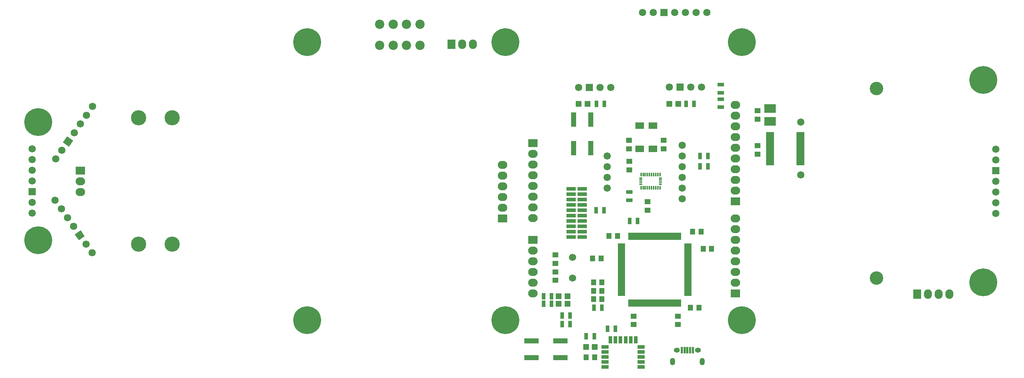
<source format=gts>
G04 #@! TF.FileFunction,Soldermask,Top*
%FSLAX46Y46*%
G04 Gerber Fmt 4.6, Leading zero omitted, Abs format (unit mm)*
G04 Created by KiCad (PCBNEW 4.0.4+dfsg1-stable) date Thu Jun  8 13:27:36 2017*
%MOMM*%
%LPD*%
G01*
G04 APERTURE LIST*
%ADD10C,0.100000*%
%ADD11R,2.232000X1.927200*%
%ADD12O,2.232000X1.927200*%
%ADD13R,1.700000X0.480000*%
%ADD14R,0.480000X1.700000*%
%ADD15R,1.450000X1.200000*%
%ADD16R,1.200000X1.450000*%
%ADD17R,0.900000X1.500000*%
%ADD18R,1.500000X0.900000*%
%ADD19R,0.450000X0.875000*%
%ADD20R,0.775000X0.450000*%
%ADD21C,1.724000*%
%ADD22R,1.724000X1.724000*%
%ADD23R,1.950000X0.650000*%
%ADD24R,2.699360X2.150720*%
%ADD25C,3.200000*%
%ADD26R,1.927200X2.232000*%
%ADD27O,1.927200X2.232000*%
%ADD28R,0.600000X1.550000*%
%ADD29O,1.450000X1.150000*%
%ADD30O,1.200000X1.750000*%
%ADD31R,2.232000X0.835000*%
%ADD32C,3.600000*%
%ADD33R,1.398880X1.398880*%
%ADD34R,1.700000X0.900000*%
%ADD35R,0.900000X1.700000*%
%ADD36R,1.200000X3.400000*%
%ADD37R,3.400000X1.200000*%
%ADD38C,6.600000*%
%ADD39C,1.701140*%
%ADD40R,2.100000X1.500000*%
%ADD41C,2.200000*%
G04 APERTURE END LIST*
D10*
D11*
X160758000Y-87510000D03*
D12*
X160758000Y-90050000D03*
X160758000Y-92590000D03*
X160758000Y-95130000D03*
X160758000Y-97670000D03*
X160758000Y-100210000D03*
X160758000Y-102750000D03*
X160758000Y-105290000D03*
D11*
X160758000Y-110390000D03*
D12*
X160758000Y-112930000D03*
X160758000Y-115470000D03*
X160758000Y-118010000D03*
X160758000Y-120550000D03*
X160758000Y-123090000D03*
D11*
X208758000Y-101270000D03*
D12*
X208758000Y-98730000D03*
X208758000Y-96190000D03*
X208758000Y-93650000D03*
X208758000Y-91110000D03*
X208758000Y-88570000D03*
X208758000Y-86030000D03*
X208758000Y-83490000D03*
X208758000Y-80950000D03*
X208758000Y-78410000D03*
D11*
X208758000Y-123110000D03*
D12*
X208758000Y-120570000D03*
X208758000Y-118030000D03*
X208758000Y-115490000D03*
X208758000Y-112950000D03*
X208758000Y-110410000D03*
X208758000Y-107870000D03*
X208758000Y-105330000D03*
D13*
X181718000Y-111500000D03*
X181718000Y-112000000D03*
X181718000Y-112500000D03*
X181718000Y-113000000D03*
X181718000Y-113500000D03*
X181718000Y-114000000D03*
X181718000Y-114500000D03*
X181718000Y-115000000D03*
X181718000Y-115500000D03*
X181718000Y-116000000D03*
X181718000Y-116500000D03*
X181718000Y-117000000D03*
X181718000Y-117500000D03*
X181718000Y-118000000D03*
X181718000Y-118500000D03*
X181718000Y-119000000D03*
X181718000Y-119500000D03*
X181718000Y-120000000D03*
X181718000Y-120500000D03*
X181718000Y-121000000D03*
X181718000Y-121500000D03*
X181718000Y-122000000D03*
X181718000Y-122500000D03*
X181718000Y-123000000D03*
X181718000Y-123500000D03*
D14*
X183618000Y-125400000D03*
X184118000Y-125400000D03*
X184618000Y-125400000D03*
X185118000Y-125400000D03*
X185618000Y-125400000D03*
X186118000Y-125400000D03*
X186618000Y-125400000D03*
X187118000Y-125400000D03*
X187618000Y-125400000D03*
X188118000Y-125400000D03*
X188618000Y-125400000D03*
X189118000Y-125400000D03*
X189618000Y-125400000D03*
X190118000Y-125400000D03*
X190618000Y-125400000D03*
X191118000Y-125400000D03*
X191618000Y-125400000D03*
X192118000Y-125400000D03*
X192618000Y-125400000D03*
X193118000Y-125400000D03*
X193618000Y-125400000D03*
X194118000Y-125400000D03*
X194618000Y-125400000D03*
X195118000Y-125400000D03*
X195618000Y-125400000D03*
D13*
X197518000Y-123500000D03*
X197518000Y-123000000D03*
X197518000Y-122500000D03*
X197518000Y-122000000D03*
X197518000Y-121500000D03*
X197518000Y-121000000D03*
X197518000Y-120500000D03*
X197518000Y-120000000D03*
X197518000Y-119500000D03*
X197518000Y-119000000D03*
X197518000Y-118500000D03*
X197518000Y-118000000D03*
X197518000Y-117500000D03*
X197518000Y-117000000D03*
X197518000Y-116500000D03*
X197518000Y-116000000D03*
X197518000Y-115500000D03*
X197518000Y-115000000D03*
X197518000Y-114500000D03*
X197518000Y-114000000D03*
X197518000Y-113500000D03*
X197518000Y-113000000D03*
X197518000Y-112500000D03*
X197518000Y-112000000D03*
X197518000Y-111500000D03*
D14*
X195618000Y-109600000D03*
X195118000Y-109600000D03*
X194618000Y-109600000D03*
X194118000Y-109600000D03*
X193618000Y-109600000D03*
X193118000Y-109600000D03*
X192618000Y-109600000D03*
X192118000Y-109600000D03*
X191618000Y-109600000D03*
X191118000Y-109600000D03*
X190618000Y-109600000D03*
X190118000Y-109600000D03*
X189618000Y-109600000D03*
X189118000Y-109600000D03*
X188618000Y-109600000D03*
X188118000Y-109600000D03*
X187618000Y-109600000D03*
X187118000Y-109600000D03*
X186618000Y-109600000D03*
X186118000Y-109600000D03*
X185618000Y-109600000D03*
X185118000Y-109600000D03*
X184618000Y-109600000D03*
X184118000Y-109600000D03*
X183618000Y-109600000D03*
D15*
X166118000Y-116000000D03*
X166118000Y-114000000D03*
X166118000Y-118000000D03*
X166118000Y-120000000D03*
X195118000Y-128500000D03*
X195118000Y-130500000D03*
D16*
X201118000Y-112500000D03*
X203118000Y-112500000D03*
D15*
X184618000Y-128500000D03*
X184618000Y-130500000D03*
D16*
X198118000Y-126500000D03*
X200118000Y-126500000D03*
X180818000Y-109450000D03*
X178818000Y-109450000D03*
X176918000Y-114800000D03*
X174918000Y-114800000D03*
X177118000Y-120500000D03*
X175118000Y-120500000D03*
X198618000Y-108500000D03*
X200618000Y-108500000D03*
X177118000Y-122500000D03*
X175118000Y-122500000D03*
X177118000Y-124500000D03*
X175118000Y-124500000D03*
D17*
X177618000Y-103400000D03*
X175718000Y-103400000D03*
X185568000Y-105900000D03*
X183668000Y-105900000D03*
D18*
X205268000Y-73600000D03*
X205268000Y-75500000D03*
X205268000Y-77050000D03*
X205268000Y-78950000D03*
D15*
X191718000Y-88800000D03*
X191718000Y-86800000D03*
X183518000Y-88800000D03*
X183518000Y-86800000D03*
X187918000Y-101400000D03*
X187918000Y-103400000D03*
X183618000Y-93800000D03*
X183618000Y-91800000D03*
D18*
X183618000Y-101000000D03*
X183618000Y-99100000D03*
D19*
X186368000Y-94925000D03*
X186868000Y-94925000D03*
X187368000Y-94925000D03*
X187868000Y-94925000D03*
X188368000Y-94925000D03*
X188868000Y-94925000D03*
X189368000Y-94925000D03*
X189868000Y-94925000D03*
X190368000Y-94925000D03*
X190868000Y-94925000D03*
X186368000Y-98050000D03*
X186868000Y-98050000D03*
X187368000Y-98050000D03*
X187868000Y-98050000D03*
X188368000Y-98050000D03*
X188868000Y-98050000D03*
X189368000Y-98050000D03*
X189868000Y-98050000D03*
X190368000Y-98050000D03*
X190868000Y-98050000D03*
D20*
X186305500Y-95737500D03*
X186305500Y-96237500D03*
X186305500Y-96737500D03*
X186305500Y-97237500D03*
X190930500Y-95737500D03*
X190930500Y-96237500D03*
X190930500Y-96737500D03*
X190930500Y-97237500D03*
D21*
X193108000Y-74200000D03*
D22*
X195648000Y-74200000D03*
D21*
X198188000Y-74200000D03*
X200728000Y-74200000D03*
X171608000Y-74250000D03*
D22*
X174148000Y-74250000D03*
D21*
X176688000Y-74250000D03*
X179228000Y-74250000D03*
X178368000Y-95570000D03*
X178368000Y-93030000D03*
X196148000Y-95570000D03*
X196148000Y-93030000D03*
X196148000Y-98110000D03*
X196148000Y-100650000D03*
X196148000Y-90490000D03*
X196148000Y-87950000D03*
X178368000Y-90490000D03*
X178368000Y-98110000D03*
D23*
X224200000Y-92375000D03*
X224200000Y-91725000D03*
X224200000Y-91075000D03*
X224200000Y-90425000D03*
X224200000Y-89775000D03*
X224200000Y-89125000D03*
X224200000Y-88475000D03*
X224200000Y-87825000D03*
X224200000Y-87175000D03*
X224200000Y-86525000D03*
X224200000Y-85875000D03*
X224200000Y-85225000D03*
X217000000Y-85225000D03*
X217000000Y-85875000D03*
X217000000Y-86525000D03*
X217000000Y-87175000D03*
X217000000Y-87825000D03*
X217000000Y-88475000D03*
X217000000Y-89125000D03*
X217000000Y-89775000D03*
X217000000Y-90425000D03*
X217000000Y-91075000D03*
X217000000Y-91725000D03*
X217000000Y-92375000D03*
D15*
X214000000Y-90100000D03*
X214000000Y-88100000D03*
X214000000Y-81800000D03*
X214000000Y-79800000D03*
D24*
X217000000Y-82324000D03*
X217000000Y-79276000D03*
D21*
X42000000Y-104080000D03*
X42000000Y-101540000D03*
D22*
X42000000Y-99000000D03*
D21*
X42000000Y-96460000D03*
X42000000Y-93920000D03*
X42000000Y-91380000D03*
X42000000Y-88840000D03*
X56241305Y-113483877D03*
X54784421Y-111403231D03*
D10*
G36*
X53539223Y-108122053D02*
X54528069Y-109534271D01*
X53115851Y-110523117D01*
X52127005Y-109110899D01*
X53539223Y-108122053D01*
X53539223Y-108122053D01*
G37*
D21*
X51870653Y-107241938D03*
X50413768Y-105161292D03*
X48956884Y-103080646D03*
X47500000Y-101000000D03*
X47629348Y-91241939D03*
X49086232Y-89161293D03*
D10*
G36*
X51743648Y-86868961D02*
X50754802Y-88281179D01*
X49342584Y-87292333D01*
X50331430Y-85880115D01*
X51743648Y-86868961D01*
X51743648Y-86868961D01*
G37*
D21*
X52000000Y-85000000D03*
X53456885Y-82919354D03*
X54913769Y-80838708D03*
X56370653Y-78758062D03*
X186740000Y-56500000D03*
X189280000Y-56500000D03*
D22*
X191820000Y-56500000D03*
D21*
X194360000Y-56500000D03*
X196900000Y-56500000D03*
X199440000Y-56500000D03*
X201980000Y-56500000D03*
X270500000Y-88880000D03*
X270500000Y-91420000D03*
D22*
X270500000Y-93960000D03*
D21*
X270500000Y-96500000D03*
X270500000Y-99040000D03*
X270500000Y-101580000D03*
X270500000Y-104120000D03*
X224220000Y-95020000D03*
X224220000Y-82520000D03*
D25*
X242220000Y-119520000D03*
X242220000Y-74520000D03*
D26*
X141478000Y-64008000D03*
D27*
X144018000Y-64008000D03*
X146558000Y-64008000D03*
D11*
X53500000Y-93960000D03*
D12*
X53500000Y-96500000D03*
X53500000Y-99040000D03*
D28*
X196057100Y-136613460D03*
X196707100Y-136613460D03*
X197357100Y-136613460D03*
X198007100Y-136613460D03*
X198657100Y-136613460D03*
D29*
X194857100Y-136613460D03*
X199857100Y-136613460D03*
D30*
X193857100Y-139313460D03*
X200857100Y-139313460D03*
D31*
X169818000Y-98300000D03*
X172396100Y-98300000D03*
X169818000Y-99570000D03*
X172396100Y-99570000D03*
X169818000Y-100840000D03*
X172396100Y-100840000D03*
X169818000Y-102110000D03*
X172396100Y-102110000D03*
X169818000Y-103380000D03*
X172396100Y-103380000D03*
X169818000Y-104650000D03*
X172396100Y-104650000D03*
X169818000Y-105920000D03*
X172396100Y-105920000D03*
X169818000Y-107190000D03*
X172396100Y-107190000D03*
X169818000Y-108460000D03*
X172396100Y-108460000D03*
X169818000Y-109730000D03*
X172396100Y-109730000D03*
D11*
X153518000Y-105300000D03*
D12*
X153518000Y-102760000D03*
X153518000Y-100220000D03*
X153518000Y-97680000D03*
X153518000Y-95140000D03*
X153518000Y-92600000D03*
D17*
X175218000Y-126500000D03*
X177118000Y-126500000D03*
D32*
X75250000Y-81450000D03*
X67250000Y-81450000D03*
X75250000Y-111450000D03*
X67250000Y-111450000D03*
D16*
X175368000Y-138250000D03*
X173368000Y-138250000D03*
D33*
X175416040Y-135800000D03*
X173318000Y-135800000D03*
D17*
X180318000Y-131500000D03*
X178418000Y-131500000D03*
X173368000Y-133300000D03*
X175268000Y-133300000D03*
D34*
X186368000Y-135800000D03*
D35*
X185118000Y-134150000D03*
X183918000Y-134150000D03*
X182718000Y-134150000D03*
X181518000Y-134150000D03*
X180318000Y-134150000D03*
X179118000Y-134150000D03*
D34*
X186368000Y-137000000D03*
X186368000Y-138200000D03*
X186368000Y-139400000D03*
X186368000Y-140600000D03*
X177868000Y-135800000D03*
X177868000Y-137000000D03*
X177868000Y-138200000D03*
X177868000Y-139400000D03*
X177868000Y-140600000D03*
D17*
X202268000Y-90500000D03*
X200368000Y-90500000D03*
X202268000Y-93000000D03*
X200368000Y-93000000D03*
X169568000Y-128400000D03*
X167668000Y-128400000D03*
X169568000Y-130400000D03*
X167668000Y-130400000D03*
D26*
X251846979Y-123304249D03*
D27*
X254386979Y-123304249D03*
X256926979Y-123304249D03*
X259466979Y-123304249D03*
D36*
X170418000Y-81900000D03*
X170418000Y-88700000D03*
X174418000Y-88700000D03*
X174418000Y-81900000D03*
D37*
X160430000Y-138398000D03*
X167230000Y-138398000D03*
X167230000Y-134398000D03*
X160430000Y-134398000D03*
D38*
X43500000Y-110500000D03*
X43500000Y-82500000D03*
D33*
X168967020Y-123800000D03*
X166868980Y-123800000D03*
X168967020Y-125600000D03*
X166868980Y-125600000D03*
D17*
X163268000Y-123800000D03*
X165168000Y-123800000D03*
X163268000Y-125600000D03*
X165168000Y-125600000D03*
D39*
X170118000Y-114559060D03*
X170118000Y-119440940D03*
D40*
X189218000Y-88800000D03*
X189218000Y-83300000D03*
X186018000Y-83300000D03*
X186018000Y-88800000D03*
D33*
X171618980Y-78175000D03*
X173717020Y-78175000D03*
X193118000Y-78175000D03*
X195216040Y-78175000D03*
D17*
X177718000Y-78175000D03*
X175818000Y-78175000D03*
X198968000Y-78175000D03*
X197068000Y-78175000D03*
D41*
X124410000Y-59262000D03*
X127610000Y-59262000D03*
X130810000Y-59262000D03*
X134010000Y-59262000D03*
X124410000Y-64262000D03*
X127610000Y-64262000D03*
X130810000Y-64262000D03*
X134010000Y-64262000D03*
D38*
X267500000Y-120500000D03*
X267500000Y-72500000D03*
X107250000Y-129500000D03*
X107250000Y-63500000D03*
X210250000Y-129500000D03*
X210250000Y-63500000D03*
X154250000Y-129500000D03*
X154250000Y-63500000D03*
M02*

</source>
